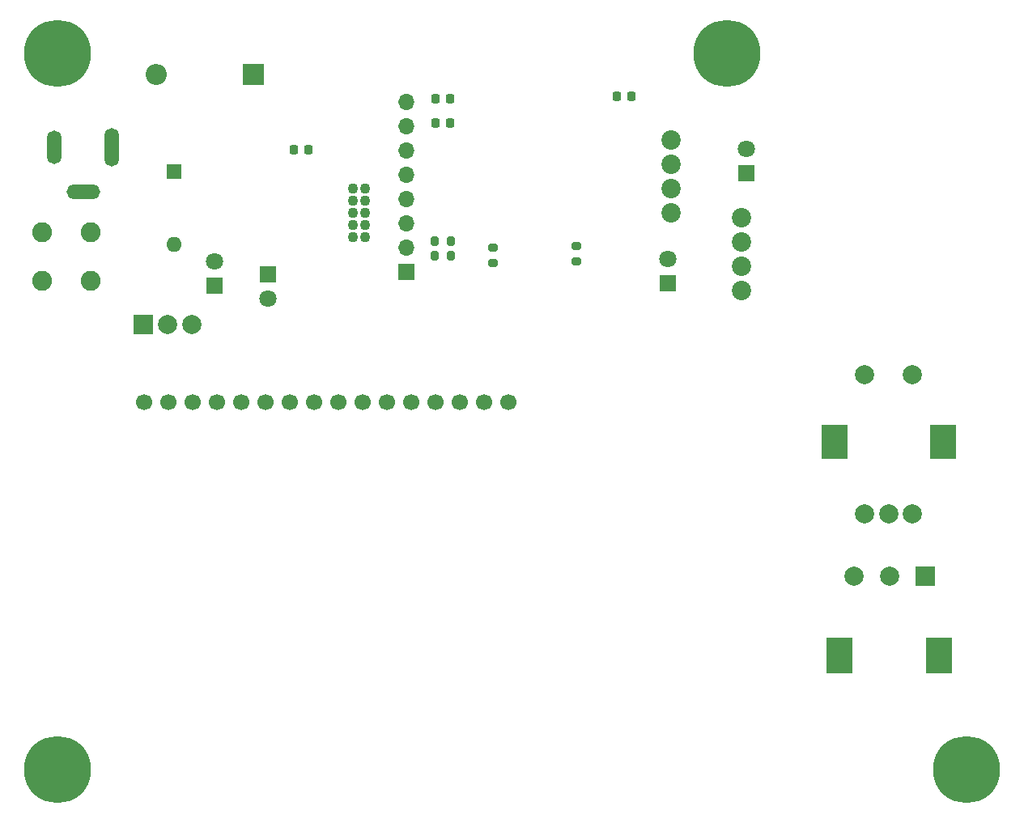
<source format=gbr>
%TF.GenerationSoftware,KiCad,Pcbnew,(6.0.1-0)*%
%TF.CreationDate,2022-03-27T10:04:37-07:00*%
%TF.ProjectId,CocktailMachine,436f636b-7461-4696-9c4d-616368696e65,rev?*%
%TF.SameCoordinates,Original*%
%TF.FileFunction,Soldermask,Bot*%
%TF.FilePolarity,Negative*%
%FSLAX46Y46*%
G04 Gerber Fmt 4.6, Leading zero omitted, Abs format (unit mm)*
G04 Created by KiCad (PCBNEW (6.0.1-0)) date 2022-03-27 10:04:37*
%MOMM*%
%LPD*%
G01*
G04 APERTURE LIST*
G04 Aperture macros list*
%AMRoundRect*
0 Rectangle with rounded corners*
0 $1 Rounding radius*
0 $2 $3 $4 $5 $6 $7 $8 $9 X,Y pos of 4 corners*
0 Add a 4 corners polygon primitive as box body*
4,1,4,$2,$3,$4,$5,$6,$7,$8,$9,$2,$3,0*
0 Add four circle primitives for the rounded corners*
1,1,$1+$1,$2,$3*
1,1,$1+$1,$4,$5*
1,1,$1+$1,$6,$7*
1,1,$1+$1,$8,$9*
0 Add four rect primitives between the rounded corners*
20,1,$1+$1,$2,$3,$4,$5,0*
20,1,$1+$1,$4,$5,$6,$7,0*
20,1,$1+$1,$6,$7,$8,$9,0*
20,1,$1+$1,$8,$9,$2,$3,0*%
G04 Aperture macros list end*
%ADD10R,1.800000X1.800000*%
%ADD11C,1.800000*%
%ADD12R,2.200000X2.200000*%
%ADD13O,2.200000X2.200000*%
%ADD14R,1.600000X1.600000*%
%ADD15O,1.600000X1.600000*%
%ADD16R,1.700000X1.700000*%
%ADD17O,1.700000X1.700000*%
%ADD18C,2.020000*%
%ADD19C,1.100000*%
%ADD20C,2.082800*%
%ADD21R,2.000000X2.000000*%
%ADD22C,2.000000*%
%ADD23R,2.800000X3.800000*%
%ADD24R,2.800000X3.600000*%
%ADD25C,0.990600*%
%ADD26O,1.498600X4.013200*%
%ADD27O,1.498600X3.505200*%
%ADD28O,3.505200X1.498600*%
%ADD29C,1.700000*%
%ADD30C,7.000000*%
%ADD31RoundRect,0.225000X0.225000X0.250000X-0.225000X0.250000X-0.225000X-0.250000X0.225000X-0.250000X0*%
%ADD32RoundRect,0.225000X-0.225000X-0.250000X0.225000X-0.250000X0.225000X0.250000X-0.225000X0.250000X0*%
%ADD33RoundRect,0.200000X-0.275000X0.200000X-0.275000X-0.200000X0.275000X-0.200000X0.275000X0.200000X0*%
%ADD34RoundRect,0.200000X-0.200000X-0.275000X0.200000X-0.275000X0.200000X0.275000X-0.200000X0.275000X0*%
G04 APERTURE END LIST*
D10*
%TO.C,D1*%
X127000000Y-72522000D03*
D11*
X127000000Y-69982000D03*
%TD*%
D10*
%TO.C,D2*%
X118839790Y-84047210D03*
D11*
X118839790Y-81507210D03*
%TD*%
D12*
%TO.C,D4*%
X75438000Y-62230000D03*
D13*
X65278000Y-62230000D03*
%TD*%
D10*
%TO.C,D5*%
X71374000Y-84328000D03*
D11*
X71374000Y-81788000D03*
%TD*%
D10*
%TO.C,D6*%
X76962000Y-83111000D03*
D11*
X76962000Y-85651000D03*
%TD*%
D14*
%TO.C,D7*%
X67158000Y-72420000D03*
D15*
X67158000Y-80040000D03*
%TD*%
D16*
%TO.C,J1*%
X91440000Y-82875000D03*
D17*
X91440000Y-80335000D03*
X91440000Y-77795000D03*
X91440000Y-75255000D03*
X91440000Y-72715000D03*
X91440000Y-70175000D03*
X91440000Y-67635000D03*
X91440000Y-65095000D03*
%TD*%
D18*
%TO.C,J2*%
X126492000Y-84831000D03*
X126492000Y-82291000D03*
X126492000Y-79751000D03*
X126492000Y-77211000D03*
%TD*%
D19*
%TO.C,J3*%
X85852000Y-74168000D03*
X87122000Y-74168000D03*
X85852000Y-75438000D03*
X87122000Y-75438000D03*
X85852000Y-76708000D03*
X87122000Y-76708000D03*
X85852000Y-77978000D03*
X87122000Y-77978000D03*
X85852000Y-79248000D03*
X87122000Y-79248000D03*
%TD*%
D20*
%TO.C,J5*%
X58420000Y-78740000D03*
X53340000Y-78740000D03*
%TD*%
%TO.C,J6*%
X58420000Y-83820000D03*
X53340000Y-83820000D03*
%TD*%
D21*
%TO.C,POT1*%
X145736000Y-114733000D03*
D22*
X141986000Y-114733000D03*
X138236000Y-114733000D03*
D23*
X136786000Y-123058000D03*
X147186000Y-123058000D03*
%TD*%
D22*
%TO.C,S1*%
X139406000Y-93667471D03*
X144406000Y-93667471D03*
D24*
X136206000Y-100667471D03*
X147606000Y-100667471D03*
D22*
X139406000Y-108167471D03*
X144406000Y-108167471D03*
X141906000Y-108167471D03*
%TD*%
D21*
%TO.C,U5*%
X63956000Y-88392000D03*
D22*
X66496000Y-88392000D03*
X69036000Y-88392000D03*
%TD*%
D25*
%TO.C,J4*%
X60610001Y-68592700D03*
X60610001Y-71107300D03*
X54610000Y-68846700D03*
X54610000Y-70853300D03*
X56656701Y-74550001D03*
X58663301Y-74550001D03*
D26*
X60610001Y-69850000D03*
D27*
X54610000Y-69850000D03*
D28*
X57660001Y-74550001D03*
%TD*%
D18*
%TO.C,J7*%
X119158000Y-69111000D03*
X119158000Y-71651000D03*
X119158000Y-74191000D03*
X119158000Y-76731000D03*
%TD*%
D29*
%TO.C,LCD1*%
X63985000Y-96499471D03*
X66525000Y-96499471D03*
X69065000Y-96499471D03*
X71605000Y-96499471D03*
X74145000Y-96499471D03*
X76685000Y-96499471D03*
X79225000Y-96499471D03*
X81765000Y-96499471D03*
X84305000Y-96499471D03*
X86845000Y-96499471D03*
X89385000Y-96499471D03*
X91925000Y-96499471D03*
X94465000Y-96499471D03*
X97005000Y-96499471D03*
X99545000Y-96499471D03*
X102085000Y-96499471D03*
%TD*%
D30*
%TO.C,*%
X55000000Y-135000000D03*
%TD*%
%TO.C,*%
X150000000Y-135000000D03*
%TD*%
%TO.C,REF\u002A\u002A*%
X125000000Y-60000000D03*
%TD*%
%TO.C,*%
X55000000Y-60000000D03*
%TD*%
D31*
%TO.C,C1*%
X115000000Y-64500000D03*
X113450000Y-64500000D03*
%TD*%
%TO.C,C3*%
X96025000Y-67310000D03*
X94475000Y-67310000D03*
%TD*%
D32*
%TO.C,C17*%
X79658000Y-70135000D03*
X81208000Y-70135000D03*
%TD*%
D33*
%TO.C,R6*%
X100500000Y-80350000D03*
X100500000Y-82000000D03*
%TD*%
D34*
%TO.C,R5*%
X94425000Y-81226000D03*
X96075000Y-81226000D03*
%TD*%
D33*
%TO.C,R8*%
X109220000Y-80175000D03*
X109220000Y-81825000D03*
%TD*%
D34*
%TO.C,R7*%
X94425000Y-79702000D03*
X96075000Y-79702000D03*
%TD*%
D32*
%TO.C,C2*%
X94475000Y-64770000D03*
X96025000Y-64770000D03*
%TD*%
M02*

</source>
